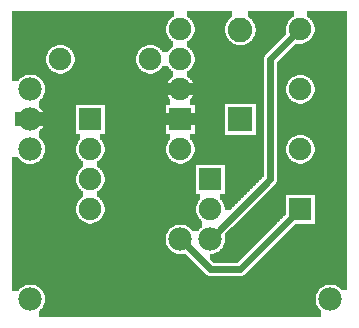
<source format=gbl>
G04 MADE WITH FRITZING*
G04 WWW.FRITZING.ORG*
G04 DOUBLE SIDED*
G04 HOLES PLATED*
G04 CONTOUR ON CENTER OF CONTOUR VECTOR*
%ASAXBY*%
%FSLAX23Y23*%
%MOIN*%
%OFA0B0*%
%SFA1.0B1.0*%
%ADD10C,0.075000*%
%ADD11C,0.082000*%
%ADD12C,0.078000*%
%ADD13C,0.075433*%
%ADD14R,0.075000X0.075000*%
%ADD15R,0.082000X0.082000*%
%ADD16C,0.024000*%
%LNCOPPER0*%
G90*
G70*
G54D10*
X119Y1001D03*
X1000Y598D03*
X1000Y798D03*
X1000Y998D03*
X300Y398D03*
X300Y498D03*
X300Y598D03*
X600Y998D03*
X600Y898D03*
X600Y798D03*
X200Y898D03*
X500Y898D03*
G54D11*
X800Y698D03*
X800Y996D03*
G54D10*
X700Y498D03*
X700Y398D03*
X600Y698D03*
X600Y598D03*
G54D12*
X100Y98D03*
X100Y698D03*
X100Y798D03*
X100Y598D03*
X1100Y98D03*
X600Y298D03*
X700Y298D03*
G54D13*
X1000Y398D03*
X300Y698D03*
G54D14*
X1000Y398D03*
X300Y698D03*
G54D15*
X800Y697D03*
G54D14*
X700Y498D03*
X600Y698D03*
G54D16*
X700Y198D02*
X801Y198D01*
D02*
X801Y198D02*
X971Y369D01*
D02*
X622Y277D02*
X700Y198D01*
D02*
X901Y897D02*
X980Y978D01*
D02*
X901Y498D02*
X901Y897D01*
D02*
X722Y319D02*
X901Y498D01*
G36*
X40Y1058D02*
X40Y946D01*
X504Y946D01*
X504Y944D01*
X514Y944D01*
X514Y942D01*
X520Y942D01*
X520Y940D01*
X524Y940D01*
X524Y938D01*
X526Y938D01*
X526Y936D01*
X530Y936D01*
X530Y934D01*
X532Y934D01*
X532Y932D01*
X534Y932D01*
X534Y930D01*
X536Y930D01*
X536Y928D01*
X538Y928D01*
X538Y926D01*
X540Y926D01*
X540Y922D01*
X560Y922D01*
X560Y924D01*
X562Y924D01*
X562Y926D01*
X564Y926D01*
X564Y928D01*
X566Y928D01*
X566Y932D01*
X570Y932D01*
X570Y934D01*
X572Y934D01*
X572Y936D01*
X574Y936D01*
X574Y938D01*
X576Y938D01*
X576Y958D01*
X574Y958D01*
X574Y960D01*
X570Y960D01*
X570Y962D01*
X568Y962D01*
X568Y964D01*
X566Y964D01*
X566Y966D01*
X564Y966D01*
X564Y968D01*
X562Y968D01*
X562Y972D01*
X560Y972D01*
X560Y976D01*
X558Y976D01*
X558Y978D01*
X556Y978D01*
X556Y984D01*
X554Y984D01*
X554Y1010D01*
X556Y1010D01*
X556Y1016D01*
X558Y1016D01*
X558Y1020D01*
X560Y1020D01*
X560Y1024D01*
X562Y1024D01*
X562Y1026D01*
X564Y1026D01*
X564Y1028D01*
X566Y1028D01*
X566Y1032D01*
X570Y1032D01*
X570Y1034D01*
X572Y1034D01*
X572Y1036D01*
X574Y1036D01*
X574Y1038D01*
X578Y1038D01*
X578Y1058D01*
X40Y1058D01*
G37*
D02*
G36*
X624Y1058D02*
X624Y1038D01*
X626Y1038D01*
X626Y1036D01*
X630Y1036D01*
X630Y1034D01*
X632Y1034D01*
X632Y1032D01*
X634Y1032D01*
X634Y1030D01*
X636Y1030D01*
X636Y1028D01*
X638Y1028D01*
X638Y1026D01*
X640Y1026D01*
X640Y1022D01*
X642Y1022D01*
X642Y1018D01*
X644Y1018D01*
X644Y1014D01*
X646Y1014D01*
X646Y1006D01*
X648Y1006D01*
X648Y988D01*
X646Y988D01*
X646Y982D01*
X644Y982D01*
X644Y976D01*
X642Y976D01*
X642Y974D01*
X640Y974D01*
X640Y970D01*
X638Y970D01*
X638Y968D01*
X636Y968D01*
X636Y966D01*
X634Y966D01*
X634Y964D01*
X632Y964D01*
X632Y962D01*
X630Y962D01*
X630Y960D01*
X628Y960D01*
X628Y958D01*
X624Y958D01*
X624Y944D01*
X796Y944D01*
X796Y946D01*
X786Y946D01*
X786Y948D01*
X780Y948D01*
X780Y950D01*
X776Y950D01*
X776Y952D01*
X772Y952D01*
X772Y954D01*
X770Y954D01*
X770Y956D01*
X768Y956D01*
X768Y958D01*
X766Y958D01*
X766Y960D01*
X764Y960D01*
X764Y962D01*
X762Y962D01*
X762Y964D01*
X760Y964D01*
X760Y966D01*
X758Y966D01*
X758Y970D01*
X756Y970D01*
X756Y974D01*
X754Y974D01*
X754Y978D01*
X752Y978D01*
X752Y984D01*
X750Y984D01*
X750Y1008D01*
X752Y1008D01*
X752Y1014D01*
X754Y1014D01*
X754Y1018D01*
X756Y1018D01*
X756Y1022D01*
X758Y1022D01*
X758Y1026D01*
X760Y1026D01*
X760Y1028D01*
X762Y1028D01*
X762Y1030D01*
X764Y1030D01*
X764Y1032D01*
X766Y1032D01*
X766Y1034D01*
X768Y1034D01*
X768Y1036D01*
X770Y1036D01*
X770Y1038D01*
X774Y1038D01*
X774Y1058D01*
X624Y1058D01*
G37*
D02*
G36*
X826Y1058D02*
X826Y1038D01*
X830Y1038D01*
X830Y1036D01*
X832Y1036D01*
X832Y1034D01*
X834Y1034D01*
X834Y1032D01*
X838Y1032D01*
X838Y1028D01*
X840Y1028D01*
X840Y1026D01*
X842Y1026D01*
X842Y1024D01*
X844Y1024D01*
X844Y1020D01*
X846Y1020D01*
X846Y1016D01*
X848Y1016D01*
X848Y1012D01*
X850Y1012D01*
X850Y1002D01*
X852Y1002D01*
X852Y990D01*
X850Y990D01*
X850Y980D01*
X848Y980D01*
X848Y976D01*
X846Y976D01*
X846Y972D01*
X844Y972D01*
X844Y968D01*
X842Y968D01*
X842Y966D01*
X840Y966D01*
X840Y962D01*
X838Y962D01*
X838Y960D01*
X836Y960D01*
X836Y958D01*
X834Y958D01*
X834Y956D01*
X830Y956D01*
X830Y954D01*
X828Y954D01*
X828Y952D01*
X824Y952D01*
X824Y950D01*
X820Y950D01*
X820Y948D01*
X816Y948D01*
X816Y946D01*
X806Y946D01*
X806Y944D01*
X918Y944D01*
X918Y946D01*
X920Y946D01*
X920Y948D01*
X922Y948D01*
X922Y950D01*
X924Y950D01*
X924Y952D01*
X926Y952D01*
X926Y954D01*
X928Y954D01*
X928Y956D01*
X930Y956D01*
X930Y958D01*
X932Y958D01*
X932Y960D01*
X934Y960D01*
X934Y962D01*
X936Y962D01*
X936Y964D01*
X938Y964D01*
X938Y966D01*
X940Y966D01*
X940Y968D01*
X942Y968D01*
X942Y970D01*
X944Y970D01*
X944Y972D01*
X946Y972D01*
X946Y974D01*
X948Y974D01*
X948Y978D01*
X950Y978D01*
X950Y980D01*
X952Y980D01*
X952Y982D01*
X954Y982D01*
X954Y1010D01*
X956Y1010D01*
X956Y1016D01*
X958Y1016D01*
X958Y1020D01*
X960Y1020D01*
X960Y1024D01*
X962Y1024D01*
X962Y1026D01*
X964Y1026D01*
X964Y1028D01*
X966Y1028D01*
X966Y1032D01*
X970Y1032D01*
X970Y1034D01*
X972Y1034D01*
X972Y1036D01*
X974Y1036D01*
X974Y1038D01*
X978Y1038D01*
X978Y1058D01*
X826Y1058D01*
G37*
D02*
G36*
X1024Y1058D02*
X1024Y1038D01*
X1026Y1038D01*
X1026Y1036D01*
X1030Y1036D01*
X1030Y1034D01*
X1032Y1034D01*
X1032Y1032D01*
X1034Y1032D01*
X1034Y1030D01*
X1036Y1030D01*
X1036Y1028D01*
X1038Y1028D01*
X1038Y1026D01*
X1040Y1026D01*
X1040Y1022D01*
X1042Y1022D01*
X1042Y1018D01*
X1044Y1018D01*
X1044Y1014D01*
X1046Y1014D01*
X1046Y1006D01*
X1048Y1006D01*
X1048Y988D01*
X1046Y988D01*
X1046Y982D01*
X1044Y982D01*
X1044Y976D01*
X1042Y976D01*
X1042Y974D01*
X1040Y974D01*
X1040Y970D01*
X1038Y970D01*
X1038Y968D01*
X1036Y968D01*
X1036Y966D01*
X1034Y966D01*
X1034Y964D01*
X1032Y964D01*
X1032Y962D01*
X1030Y962D01*
X1030Y960D01*
X1028Y960D01*
X1028Y958D01*
X1024Y958D01*
X1024Y956D01*
X1020Y956D01*
X1020Y954D01*
X1016Y954D01*
X1016Y952D01*
X1008Y952D01*
X1008Y950D01*
X984Y950D01*
X984Y948D01*
X982Y948D01*
X982Y946D01*
X980Y946D01*
X980Y944D01*
X978Y944D01*
X978Y942D01*
X976Y942D01*
X976Y940D01*
X974Y940D01*
X974Y938D01*
X972Y938D01*
X972Y936D01*
X970Y936D01*
X970Y934D01*
X968Y934D01*
X968Y932D01*
X966Y932D01*
X966Y930D01*
X964Y930D01*
X964Y928D01*
X962Y928D01*
X962Y926D01*
X960Y926D01*
X960Y924D01*
X958Y924D01*
X958Y922D01*
X956Y922D01*
X956Y920D01*
X954Y920D01*
X954Y918D01*
X952Y918D01*
X952Y916D01*
X950Y916D01*
X950Y914D01*
X948Y914D01*
X948Y912D01*
X946Y912D01*
X946Y910D01*
X944Y910D01*
X944Y908D01*
X942Y908D01*
X942Y906D01*
X940Y906D01*
X940Y904D01*
X938Y904D01*
X938Y902D01*
X936Y902D01*
X936Y900D01*
X934Y900D01*
X934Y898D01*
X932Y898D01*
X932Y896D01*
X930Y896D01*
X930Y894D01*
X928Y894D01*
X928Y892D01*
X926Y892D01*
X926Y890D01*
X924Y890D01*
X924Y888D01*
X922Y888D01*
X922Y846D01*
X1004Y846D01*
X1004Y844D01*
X1014Y844D01*
X1014Y842D01*
X1020Y842D01*
X1020Y840D01*
X1024Y840D01*
X1024Y838D01*
X1026Y838D01*
X1026Y836D01*
X1030Y836D01*
X1030Y834D01*
X1032Y834D01*
X1032Y832D01*
X1034Y832D01*
X1034Y830D01*
X1036Y830D01*
X1036Y828D01*
X1038Y828D01*
X1038Y826D01*
X1040Y826D01*
X1040Y822D01*
X1042Y822D01*
X1042Y818D01*
X1044Y818D01*
X1044Y814D01*
X1046Y814D01*
X1046Y806D01*
X1048Y806D01*
X1048Y788D01*
X1046Y788D01*
X1046Y782D01*
X1044Y782D01*
X1044Y776D01*
X1042Y776D01*
X1042Y774D01*
X1040Y774D01*
X1040Y770D01*
X1038Y770D01*
X1038Y768D01*
X1036Y768D01*
X1036Y766D01*
X1034Y766D01*
X1034Y764D01*
X1032Y764D01*
X1032Y762D01*
X1030Y762D01*
X1030Y760D01*
X1028Y760D01*
X1028Y758D01*
X1024Y758D01*
X1024Y756D01*
X1020Y756D01*
X1020Y754D01*
X1016Y754D01*
X1016Y752D01*
X1008Y752D01*
X1008Y750D01*
X1156Y750D01*
X1156Y1058D01*
X1024Y1058D01*
G37*
D02*
G36*
X40Y946D02*
X40Y850D01*
X192Y850D01*
X192Y852D01*
X186Y852D01*
X186Y854D01*
X180Y854D01*
X180Y856D01*
X176Y856D01*
X176Y858D01*
X174Y858D01*
X174Y860D01*
X170Y860D01*
X170Y862D01*
X168Y862D01*
X168Y864D01*
X166Y864D01*
X166Y866D01*
X164Y866D01*
X164Y868D01*
X162Y868D01*
X162Y872D01*
X160Y872D01*
X160Y876D01*
X158Y876D01*
X158Y878D01*
X156Y878D01*
X156Y884D01*
X154Y884D01*
X154Y910D01*
X156Y910D01*
X156Y916D01*
X158Y916D01*
X158Y920D01*
X160Y920D01*
X160Y924D01*
X162Y924D01*
X162Y926D01*
X164Y926D01*
X164Y928D01*
X166Y928D01*
X166Y932D01*
X170Y932D01*
X170Y934D01*
X172Y934D01*
X172Y936D01*
X174Y936D01*
X174Y938D01*
X178Y938D01*
X178Y940D01*
X182Y940D01*
X182Y942D01*
X188Y942D01*
X188Y944D01*
X198Y944D01*
X198Y946D01*
X40Y946D01*
G37*
D02*
G36*
X204Y946D02*
X204Y944D01*
X214Y944D01*
X214Y942D01*
X220Y942D01*
X220Y940D01*
X224Y940D01*
X224Y938D01*
X226Y938D01*
X226Y936D01*
X230Y936D01*
X230Y934D01*
X232Y934D01*
X232Y932D01*
X234Y932D01*
X234Y930D01*
X236Y930D01*
X236Y928D01*
X238Y928D01*
X238Y926D01*
X240Y926D01*
X240Y922D01*
X242Y922D01*
X242Y918D01*
X244Y918D01*
X244Y914D01*
X246Y914D01*
X246Y906D01*
X248Y906D01*
X248Y888D01*
X246Y888D01*
X246Y882D01*
X244Y882D01*
X244Y876D01*
X242Y876D01*
X242Y874D01*
X240Y874D01*
X240Y870D01*
X238Y870D01*
X238Y868D01*
X236Y868D01*
X236Y866D01*
X234Y866D01*
X234Y864D01*
X232Y864D01*
X232Y862D01*
X230Y862D01*
X230Y860D01*
X228Y860D01*
X228Y858D01*
X224Y858D01*
X224Y856D01*
X220Y856D01*
X220Y854D01*
X216Y854D01*
X216Y852D01*
X208Y852D01*
X208Y850D01*
X492Y850D01*
X492Y852D01*
X486Y852D01*
X486Y854D01*
X480Y854D01*
X480Y856D01*
X476Y856D01*
X476Y858D01*
X474Y858D01*
X474Y860D01*
X470Y860D01*
X470Y862D01*
X468Y862D01*
X468Y864D01*
X466Y864D01*
X466Y866D01*
X464Y866D01*
X464Y868D01*
X462Y868D01*
X462Y872D01*
X460Y872D01*
X460Y876D01*
X458Y876D01*
X458Y878D01*
X456Y878D01*
X456Y884D01*
X454Y884D01*
X454Y910D01*
X456Y910D01*
X456Y916D01*
X458Y916D01*
X458Y920D01*
X460Y920D01*
X460Y924D01*
X462Y924D01*
X462Y926D01*
X464Y926D01*
X464Y928D01*
X466Y928D01*
X466Y932D01*
X470Y932D01*
X470Y934D01*
X472Y934D01*
X472Y936D01*
X474Y936D01*
X474Y938D01*
X478Y938D01*
X478Y940D01*
X482Y940D01*
X482Y942D01*
X488Y942D01*
X488Y944D01*
X498Y944D01*
X498Y946D01*
X204Y946D01*
G37*
D02*
G36*
X624Y944D02*
X624Y942D01*
X916Y942D01*
X916Y944D01*
X624Y944D01*
G37*
D02*
G36*
X624Y944D02*
X624Y942D01*
X916Y942D01*
X916Y944D01*
X624Y944D01*
G37*
D02*
G36*
X624Y942D02*
X624Y938D01*
X626Y938D01*
X626Y936D01*
X630Y936D01*
X630Y934D01*
X632Y934D01*
X632Y932D01*
X634Y932D01*
X634Y930D01*
X636Y930D01*
X636Y928D01*
X638Y928D01*
X638Y926D01*
X640Y926D01*
X640Y922D01*
X642Y922D01*
X642Y918D01*
X644Y918D01*
X644Y914D01*
X646Y914D01*
X646Y906D01*
X648Y906D01*
X648Y888D01*
X646Y888D01*
X646Y882D01*
X644Y882D01*
X644Y876D01*
X642Y876D01*
X642Y874D01*
X640Y874D01*
X640Y870D01*
X638Y870D01*
X638Y868D01*
X636Y868D01*
X636Y866D01*
X634Y866D01*
X634Y864D01*
X632Y864D01*
X632Y862D01*
X630Y862D01*
X630Y860D01*
X628Y860D01*
X628Y858D01*
X624Y858D01*
X624Y838D01*
X626Y838D01*
X626Y836D01*
X630Y836D01*
X630Y834D01*
X632Y834D01*
X632Y832D01*
X634Y832D01*
X634Y830D01*
X636Y830D01*
X636Y828D01*
X638Y828D01*
X638Y826D01*
X640Y826D01*
X640Y822D01*
X642Y822D01*
X642Y818D01*
X644Y818D01*
X644Y814D01*
X646Y814D01*
X646Y806D01*
X648Y806D01*
X648Y788D01*
X646Y788D01*
X646Y782D01*
X644Y782D01*
X644Y776D01*
X642Y776D01*
X642Y774D01*
X640Y774D01*
X640Y770D01*
X638Y770D01*
X638Y768D01*
X636Y768D01*
X636Y766D01*
X634Y766D01*
X634Y748D01*
X852Y748D01*
X852Y646D01*
X878Y646D01*
X878Y900D01*
X880Y900D01*
X880Y906D01*
X882Y906D01*
X882Y910D01*
X884Y910D01*
X884Y912D01*
X886Y912D01*
X886Y914D01*
X888Y914D01*
X888Y916D01*
X890Y916D01*
X890Y918D01*
X892Y918D01*
X892Y920D01*
X894Y920D01*
X894Y922D01*
X896Y922D01*
X896Y924D01*
X898Y924D01*
X898Y926D01*
X900Y926D01*
X900Y928D01*
X902Y928D01*
X902Y930D01*
X904Y930D01*
X904Y932D01*
X906Y932D01*
X906Y934D01*
X908Y934D01*
X908Y936D01*
X910Y936D01*
X910Y938D01*
X912Y938D01*
X912Y940D01*
X914Y940D01*
X914Y942D01*
X624Y942D01*
G37*
D02*
G36*
X540Y874D02*
X540Y870D01*
X538Y870D01*
X538Y868D01*
X536Y868D01*
X536Y866D01*
X534Y866D01*
X534Y864D01*
X532Y864D01*
X532Y862D01*
X530Y862D01*
X530Y860D01*
X528Y860D01*
X528Y858D01*
X524Y858D01*
X524Y856D01*
X520Y856D01*
X520Y854D01*
X516Y854D01*
X516Y852D01*
X508Y852D01*
X508Y850D01*
X576Y850D01*
X576Y858D01*
X574Y858D01*
X574Y860D01*
X570Y860D01*
X570Y862D01*
X568Y862D01*
X568Y864D01*
X566Y864D01*
X566Y866D01*
X564Y866D01*
X564Y868D01*
X562Y868D01*
X562Y872D01*
X560Y872D01*
X560Y874D01*
X540Y874D01*
G37*
D02*
G36*
X40Y850D02*
X40Y848D01*
X576Y848D01*
X576Y850D01*
X40Y850D01*
G37*
D02*
G36*
X40Y850D02*
X40Y848D01*
X576Y848D01*
X576Y850D01*
X40Y850D01*
G37*
D02*
G36*
X40Y850D02*
X40Y848D01*
X576Y848D01*
X576Y850D01*
X40Y850D01*
G37*
D02*
G36*
X40Y848D02*
X40Y846D01*
X112Y846D01*
X112Y844D01*
X118Y844D01*
X118Y842D01*
X122Y842D01*
X122Y840D01*
X126Y840D01*
X126Y838D01*
X130Y838D01*
X130Y836D01*
X132Y836D01*
X132Y834D01*
X134Y834D01*
X134Y832D01*
X136Y832D01*
X136Y830D01*
X138Y830D01*
X138Y828D01*
X140Y828D01*
X140Y824D01*
X142Y824D01*
X142Y822D01*
X144Y822D01*
X144Y818D01*
X146Y818D01*
X146Y812D01*
X148Y812D01*
X148Y804D01*
X150Y804D01*
X150Y792D01*
X148Y792D01*
X148Y784D01*
X146Y784D01*
X146Y778D01*
X144Y778D01*
X144Y774D01*
X142Y774D01*
X142Y770D01*
X140Y770D01*
X140Y768D01*
X138Y768D01*
X138Y766D01*
X136Y766D01*
X136Y764D01*
X134Y764D01*
X134Y762D01*
X132Y762D01*
X132Y760D01*
X130Y760D01*
X130Y758D01*
X128Y758D01*
X128Y746D01*
X348Y746D01*
X348Y650D01*
X334Y650D01*
X334Y630D01*
X336Y630D01*
X336Y628D01*
X338Y628D01*
X338Y626D01*
X340Y626D01*
X340Y622D01*
X342Y622D01*
X342Y618D01*
X344Y618D01*
X344Y614D01*
X346Y614D01*
X346Y606D01*
X348Y606D01*
X348Y588D01*
X346Y588D01*
X346Y582D01*
X344Y582D01*
X344Y576D01*
X342Y576D01*
X342Y574D01*
X340Y574D01*
X340Y570D01*
X338Y570D01*
X338Y568D01*
X336Y568D01*
X336Y566D01*
X334Y566D01*
X334Y564D01*
X332Y564D01*
X332Y562D01*
X330Y562D01*
X330Y560D01*
X328Y560D01*
X328Y558D01*
X324Y558D01*
X324Y550D01*
X592Y550D01*
X592Y552D01*
X586Y552D01*
X586Y554D01*
X580Y554D01*
X580Y556D01*
X576Y556D01*
X576Y558D01*
X574Y558D01*
X574Y560D01*
X570Y560D01*
X570Y562D01*
X568Y562D01*
X568Y564D01*
X566Y564D01*
X566Y566D01*
X564Y566D01*
X564Y568D01*
X562Y568D01*
X562Y572D01*
X560Y572D01*
X560Y576D01*
X558Y576D01*
X558Y578D01*
X556Y578D01*
X556Y584D01*
X554Y584D01*
X554Y610D01*
X556Y610D01*
X556Y616D01*
X558Y616D01*
X558Y620D01*
X560Y620D01*
X560Y624D01*
X562Y624D01*
X562Y626D01*
X564Y626D01*
X564Y628D01*
X566Y628D01*
X566Y650D01*
X554Y650D01*
X554Y652D01*
X552Y652D01*
X552Y744D01*
X554Y744D01*
X554Y746D01*
X566Y746D01*
X566Y766D01*
X564Y766D01*
X564Y768D01*
X562Y768D01*
X562Y772D01*
X560Y772D01*
X560Y776D01*
X558Y776D01*
X558Y778D01*
X556Y778D01*
X556Y784D01*
X554Y784D01*
X554Y810D01*
X556Y810D01*
X556Y816D01*
X558Y816D01*
X558Y820D01*
X560Y820D01*
X560Y824D01*
X562Y824D01*
X562Y826D01*
X564Y826D01*
X564Y828D01*
X566Y828D01*
X566Y832D01*
X570Y832D01*
X570Y834D01*
X572Y834D01*
X572Y836D01*
X574Y836D01*
X574Y838D01*
X576Y838D01*
X576Y848D01*
X40Y848D01*
G37*
D02*
G36*
X40Y846D02*
X40Y824D01*
X60Y824D01*
X60Y826D01*
X62Y826D01*
X62Y828D01*
X64Y828D01*
X64Y832D01*
X66Y832D01*
X66Y834D01*
X70Y834D01*
X70Y836D01*
X72Y836D01*
X72Y838D01*
X74Y838D01*
X74Y840D01*
X78Y840D01*
X78Y842D01*
X82Y842D01*
X82Y844D01*
X88Y844D01*
X88Y846D01*
X40Y846D01*
G37*
D02*
G36*
X922Y846D02*
X922Y750D01*
X992Y750D01*
X992Y752D01*
X986Y752D01*
X986Y754D01*
X980Y754D01*
X980Y756D01*
X976Y756D01*
X976Y758D01*
X974Y758D01*
X974Y760D01*
X970Y760D01*
X970Y762D01*
X968Y762D01*
X968Y764D01*
X966Y764D01*
X966Y766D01*
X964Y766D01*
X964Y768D01*
X962Y768D01*
X962Y772D01*
X960Y772D01*
X960Y776D01*
X958Y776D01*
X958Y778D01*
X956Y778D01*
X956Y784D01*
X954Y784D01*
X954Y810D01*
X956Y810D01*
X956Y816D01*
X958Y816D01*
X958Y820D01*
X960Y820D01*
X960Y824D01*
X962Y824D01*
X962Y826D01*
X964Y826D01*
X964Y828D01*
X966Y828D01*
X966Y832D01*
X970Y832D01*
X970Y834D01*
X972Y834D01*
X972Y836D01*
X974Y836D01*
X974Y838D01*
X978Y838D01*
X978Y840D01*
X982Y840D01*
X982Y842D01*
X988Y842D01*
X988Y844D01*
X998Y844D01*
X998Y846D01*
X922Y846D01*
G37*
D02*
G36*
X922Y750D02*
X922Y748D01*
X1156Y748D01*
X1156Y750D01*
X922Y750D01*
G37*
D02*
G36*
X922Y750D02*
X922Y748D01*
X1156Y748D01*
X1156Y750D01*
X922Y750D01*
G37*
D02*
G36*
X634Y748D02*
X634Y746D01*
X648Y746D01*
X648Y650D01*
X634Y650D01*
X634Y646D01*
X750Y646D01*
X750Y748D01*
X634Y748D01*
G37*
D02*
G36*
X922Y748D02*
X922Y646D01*
X1004Y646D01*
X1004Y644D01*
X1014Y644D01*
X1014Y642D01*
X1020Y642D01*
X1020Y640D01*
X1024Y640D01*
X1024Y638D01*
X1026Y638D01*
X1026Y636D01*
X1030Y636D01*
X1030Y634D01*
X1032Y634D01*
X1032Y632D01*
X1034Y632D01*
X1034Y630D01*
X1036Y630D01*
X1036Y628D01*
X1038Y628D01*
X1038Y626D01*
X1040Y626D01*
X1040Y622D01*
X1042Y622D01*
X1042Y618D01*
X1044Y618D01*
X1044Y614D01*
X1046Y614D01*
X1046Y606D01*
X1048Y606D01*
X1048Y588D01*
X1046Y588D01*
X1046Y582D01*
X1044Y582D01*
X1044Y576D01*
X1042Y576D01*
X1042Y574D01*
X1040Y574D01*
X1040Y570D01*
X1038Y570D01*
X1038Y568D01*
X1036Y568D01*
X1036Y566D01*
X1034Y566D01*
X1034Y564D01*
X1032Y564D01*
X1032Y562D01*
X1030Y562D01*
X1030Y560D01*
X1028Y560D01*
X1028Y558D01*
X1024Y558D01*
X1024Y556D01*
X1020Y556D01*
X1020Y554D01*
X1016Y554D01*
X1016Y552D01*
X1008Y552D01*
X1008Y550D01*
X1156Y550D01*
X1156Y748D01*
X922Y748D01*
G37*
D02*
G36*
X128Y746D02*
X128Y738D01*
X130Y738D01*
X130Y736D01*
X132Y736D01*
X132Y734D01*
X134Y734D01*
X134Y732D01*
X136Y732D01*
X136Y730D01*
X138Y730D01*
X138Y728D01*
X140Y728D01*
X140Y724D01*
X142Y724D01*
X142Y722D01*
X144Y722D01*
X144Y718D01*
X146Y718D01*
X146Y712D01*
X148Y712D01*
X148Y704D01*
X150Y704D01*
X150Y692D01*
X148Y692D01*
X148Y684D01*
X146Y684D01*
X146Y678D01*
X144Y678D01*
X144Y674D01*
X142Y674D01*
X142Y670D01*
X140Y670D01*
X140Y668D01*
X138Y668D01*
X138Y666D01*
X136Y666D01*
X136Y664D01*
X134Y664D01*
X134Y662D01*
X132Y662D01*
X132Y660D01*
X130Y660D01*
X130Y658D01*
X128Y658D01*
X128Y638D01*
X130Y638D01*
X130Y636D01*
X132Y636D01*
X132Y634D01*
X134Y634D01*
X134Y632D01*
X136Y632D01*
X136Y630D01*
X138Y630D01*
X138Y628D01*
X140Y628D01*
X140Y624D01*
X142Y624D01*
X142Y622D01*
X144Y622D01*
X144Y618D01*
X146Y618D01*
X146Y612D01*
X148Y612D01*
X148Y604D01*
X150Y604D01*
X150Y592D01*
X148Y592D01*
X148Y584D01*
X146Y584D01*
X146Y578D01*
X144Y578D01*
X144Y574D01*
X142Y574D01*
X142Y570D01*
X140Y570D01*
X140Y568D01*
X138Y568D01*
X138Y566D01*
X136Y566D01*
X136Y564D01*
X134Y564D01*
X134Y562D01*
X132Y562D01*
X132Y560D01*
X130Y560D01*
X130Y558D01*
X128Y558D01*
X128Y556D01*
X124Y556D01*
X124Y554D01*
X120Y554D01*
X120Y552D01*
X114Y552D01*
X114Y550D01*
X106Y550D01*
X106Y548D01*
X276Y548D01*
X276Y558D01*
X274Y558D01*
X274Y560D01*
X270Y560D01*
X270Y562D01*
X268Y562D01*
X268Y564D01*
X266Y564D01*
X266Y566D01*
X264Y566D01*
X264Y568D01*
X262Y568D01*
X262Y572D01*
X260Y572D01*
X260Y576D01*
X258Y576D01*
X258Y578D01*
X256Y578D01*
X256Y584D01*
X254Y584D01*
X254Y610D01*
X256Y610D01*
X256Y616D01*
X258Y616D01*
X258Y620D01*
X260Y620D01*
X260Y624D01*
X262Y624D01*
X262Y626D01*
X264Y626D01*
X264Y628D01*
X266Y628D01*
X266Y650D01*
X254Y650D01*
X254Y652D01*
X252Y652D01*
X252Y744D01*
X254Y744D01*
X254Y746D01*
X128Y746D01*
G37*
D02*
G36*
X634Y646D02*
X634Y644D01*
X878Y644D01*
X878Y646D01*
X634Y646D01*
G37*
D02*
G36*
X634Y646D02*
X634Y644D01*
X878Y644D01*
X878Y646D01*
X634Y646D01*
G37*
D02*
G36*
X922Y646D02*
X922Y550D01*
X992Y550D01*
X992Y552D01*
X986Y552D01*
X986Y554D01*
X980Y554D01*
X980Y556D01*
X976Y556D01*
X976Y558D01*
X974Y558D01*
X974Y560D01*
X970Y560D01*
X970Y562D01*
X968Y562D01*
X968Y564D01*
X966Y564D01*
X966Y566D01*
X964Y566D01*
X964Y568D01*
X962Y568D01*
X962Y572D01*
X960Y572D01*
X960Y576D01*
X958Y576D01*
X958Y578D01*
X956Y578D01*
X956Y584D01*
X954Y584D01*
X954Y610D01*
X956Y610D01*
X956Y616D01*
X958Y616D01*
X958Y620D01*
X960Y620D01*
X960Y624D01*
X962Y624D01*
X962Y626D01*
X964Y626D01*
X964Y628D01*
X966Y628D01*
X966Y632D01*
X970Y632D01*
X970Y634D01*
X972Y634D01*
X972Y636D01*
X974Y636D01*
X974Y638D01*
X978Y638D01*
X978Y640D01*
X982Y640D01*
X982Y642D01*
X988Y642D01*
X988Y644D01*
X998Y644D01*
X998Y646D01*
X922Y646D01*
G37*
D02*
G36*
X634Y644D02*
X634Y630D01*
X636Y630D01*
X636Y628D01*
X638Y628D01*
X638Y626D01*
X640Y626D01*
X640Y622D01*
X642Y622D01*
X642Y618D01*
X644Y618D01*
X644Y614D01*
X646Y614D01*
X646Y606D01*
X648Y606D01*
X648Y588D01*
X646Y588D01*
X646Y582D01*
X644Y582D01*
X644Y576D01*
X642Y576D01*
X642Y574D01*
X640Y574D01*
X640Y570D01*
X638Y570D01*
X638Y568D01*
X636Y568D01*
X636Y566D01*
X634Y566D01*
X634Y564D01*
X632Y564D01*
X632Y562D01*
X630Y562D01*
X630Y560D01*
X628Y560D01*
X628Y558D01*
X624Y558D01*
X624Y556D01*
X620Y556D01*
X620Y554D01*
X616Y554D01*
X616Y552D01*
X608Y552D01*
X608Y550D01*
X878Y550D01*
X878Y644D01*
X634Y644D01*
G37*
D02*
G36*
X40Y572D02*
X40Y548D01*
X96Y548D01*
X96Y550D01*
X86Y550D01*
X86Y552D01*
X80Y552D01*
X80Y554D01*
X76Y554D01*
X76Y556D01*
X74Y556D01*
X74Y558D01*
X70Y558D01*
X70Y560D01*
X68Y560D01*
X68Y562D01*
X66Y562D01*
X66Y564D01*
X64Y564D01*
X64Y566D01*
X62Y566D01*
X62Y568D01*
X60Y568D01*
X60Y572D01*
X40Y572D01*
G37*
D02*
G36*
X324Y550D02*
X324Y548D01*
X878Y548D01*
X878Y550D01*
X324Y550D01*
G37*
D02*
G36*
X324Y550D02*
X324Y548D01*
X878Y548D01*
X878Y550D01*
X324Y550D01*
G37*
D02*
G36*
X922Y550D02*
X922Y548D01*
X1156Y548D01*
X1156Y550D01*
X922Y550D01*
G37*
D02*
G36*
X922Y550D02*
X922Y548D01*
X1156Y548D01*
X1156Y550D01*
X922Y550D01*
G37*
D02*
G36*
X40Y548D02*
X40Y546D01*
X276Y546D01*
X276Y548D01*
X40Y548D01*
G37*
D02*
G36*
X40Y548D02*
X40Y546D01*
X276Y546D01*
X276Y548D01*
X40Y548D01*
G37*
D02*
G36*
X324Y548D02*
X324Y546D01*
X748Y546D01*
X748Y450D01*
X734Y450D01*
X734Y430D01*
X736Y430D01*
X736Y428D01*
X738Y428D01*
X738Y426D01*
X740Y426D01*
X740Y422D01*
X742Y422D01*
X742Y418D01*
X744Y418D01*
X744Y414D01*
X746Y414D01*
X746Y406D01*
X748Y406D01*
X748Y396D01*
X768Y396D01*
X768Y398D01*
X770Y398D01*
X770Y400D01*
X772Y400D01*
X772Y402D01*
X774Y402D01*
X774Y404D01*
X776Y404D01*
X776Y406D01*
X778Y406D01*
X778Y408D01*
X780Y408D01*
X780Y410D01*
X782Y410D01*
X782Y412D01*
X784Y412D01*
X784Y414D01*
X786Y414D01*
X786Y416D01*
X788Y416D01*
X788Y418D01*
X790Y418D01*
X790Y420D01*
X792Y420D01*
X792Y422D01*
X794Y422D01*
X794Y424D01*
X796Y424D01*
X796Y426D01*
X798Y426D01*
X798Y428D01*
X800Y428D01*
X800Y430D01*
X802Y430D01*
X802Y432D01*
X804Y432D01*
X804Y434D01*
X806Y434D01*
X806Y436D01*
X808Y436D01*
X808Y438D01*
X810Y438D01*
X810Y440D01*
X812Y440D01*
X812Y442D01*
X814Y442D01*
X814Y444D01*
X816Y444D01*
X816Y446D01*
X818Y446D01*
X818Y448D01*
X820Y448D01*
X820Y450D01*
X822Y450D01*
X822Y452D01*
X824Y452D01*
X824Y454D01*
X826Y454D01*
X826Y456D01*
X828Y456D01*
X828Y458D01*
X830Y458D01*
X830Y460D01*
X832Y460D01*
X832Y462D01*
X834Y462D01*
X834Y464D01*
X836Y464D01*
X836Y466D01*
X838Y466D01*
X838Y468D01*
X840Y468D01*
X840Y470D01*
X842Y470D01*
X842Y472D01*
X844Y472D01*
X844Y474D01*
X846Y474D01*
X846Y476D01*
X848Y476D01*
X848Y478D01*
X850Y478D01*
X850Y480D01*
X852Y480D01*
X852Y482D01*
X854Y482D01*
X854Y484D01*
X856Y484D01*
X856Y486D01*
X858Y486D01*
X858Y488D01*
X860Y488D01*
X860Y490D01*
X862Y490D01*
X862Y492D01*
X864Y492D01*
X864Y494D01*
X866Y494D01*
X866Y496D01*
X868Y496D01*
X868Y498D01*
X870Y498D01*
X870Y500D01*
X872Y500D01*
X872Y502D01*
X874Y502D01*
X874Y504D01*
X876Y504D01*
X876Y506D01*
X878Y506D01*
X878Y548D01*
X324Y548D01*
G37*
D02*
G36*
X922Y548D02*
X922Y490D01*
X920Y490D01*
X920Y486D01*
X918Y486D01*
X918Y482D01*
X916Y482D01*
X916Y480D01*
X914Y480D01*
X914Y478D01*
X912Y478D01*
X912Y476D01*
X910Y476D01*
X910Y474D01*
X908Y474D01*
X908Y472D01*
X906Y472D01*
X906Y470D01*
X904Y470D01*
X904Y468D01*
X902Y468D01*
X902Y466D01*
X900Y466D01*
X900Y464D01*
X898Y464D01*
X898Y462D01*
X896Y462D01*
X896Y460D01*
X894Y460D01*
X894Y458D01*
X892Y458D01*
X892Y456D01*
X890Y456D01*
X890Y454D01*
X888Y454D01*
X888Y452D01*
X886Y452D01*
X886Y450D01*
X884Y450D01*
X884Y448D01*
X882Y448D01*
X882Y446D01*
X1048Y446D01*
X1048Y350D01*
X984Y350D01*
X984Y348D01*
X982Y348D01*
X982Y346D01*
X980Y346D01*
X980Y344D01*
X978Y344D01*
X978Y342D01*
X976Y342D01*
X976Y340D01*
X974Y340D01*
X974Y338D01*
X972Y338D01*
X972Y336D01*
X970Y336D01*
X970Y334D01*
X968Y334D01*
X968Y332D01*
X966Y332D01*
X966Y330D01*
X964Y330D01*
X964Y328D01*
X962Y328D01*
X962Y326D01*
X960Y326D01*
X960Y324D01*
X958Y324D01*
X958Y322D01*
X956Y322D01*
X956Y320D01*
X954Y320D01*
X954Y318D01*
X952Y318D01*
X952Y316D01*
X950Y316D01*
X950Y314D01*
X948Y314D01*
X948Y312D01*
X946Y312D01*
X946Y310D01*
X944Y310D01*
X944Y308D01*
X942Y308D01*
X942Y306D01*
X940Y306D01*
X940Y304D01*
X938Y304D01*
X938Y302D01*
X936Y302D01*
X936Y300D01*
X934Y300D01*
X934Y298D01*
X932Y298D01*
X932Y296D01*
X930Y296D01*
X930Y294D01*
X928Y294D01*
X928Y292D01*
X926Y292D01*
X926Y290D01*
X924Y290D01*
X924Y288D01*
X922Y288D01*
X922Y286D01*
X920Y286D01*
X920Y284D01*
X918Y284D01*
X918Y282D01*
X916Y282D01*
X916Y280D01*
X914Y280D01*
X914Y278D01*
X912Y278D01*
X912Y276D01*
X910Y276D01*
X910Y274D01*
X908Y274D01*
X908Y272D01*
X906Y272D01*
X906Y270D01*
X904Y270D01*
X904Y268D01*
X902Y268D01*
X902Y266D01*
X900Y266D01*
X900Y264D01*
X898Y264D01*
X898Y262D01*
X896Y262D01*
X896Y260D01*
X894Y260D01*
X894Y258D01*
X892Y258D01*
X892Y256D01*
X890Y256D01*
X890Y254D01*
X888Y254D01*
X888Y252D01*
X886Y252D01*
X886Y250D01*
X884Y250D01*
X884Y248D01*
X882Y248D01*
X882Y246D01*
X880Y246D01*
X880Y244D01*
X878Y244D01*
X878Y242D01*
X876Y242D01*
X876Y240D01*
X874Y240D01*
X874Y238D01*
X872Y238D01*
X872Y236D01*
X870Y236D01*
X870Y234D01*
X868Y234D01*
X868Y232D01*
X866Y232D01*
X866Y230D01*
X864Y230D01*
X864Y228D01*
X862Y228D01*
X862Y226D01*
X860Y226D01*
X860Y224D01*
X858Y224D01*
X858Y222D01*
X856Y222D01*
X856Y220D01*
X854Y220D01*
X854Y218D01*
X852Y218D01*
X852Y216D01*
X850Y216D01*
X850Y214D01*
X848Y214D01*
X848Y212D01*
X846Y212D01*
X846Y210D01*
X844Y210D01*
X844Y208D01*
X842Y208D01*
X842Y206D01*
X840Y206D01*
X840Y204D01*
X838Y204D01*
X838Y202D01*
X836Y202D01*
X836Y200D01*
X834Y200D01*
X834Y198D01*
X832Y198D01*
X832Y196D01*
X830Y196D01*
X830Y194D01*
X828Y194D01*
X828Y192D01*
X826Y192D01*
X826Y190D01*
X824Y190D01*
X824Y188D01*
X822Y188D01*
X822Y186D01*
X820Y186D01*
X820Y184D01*
X818Y184D01*
X818Y182D01*
X816Y182D01*
X816Y180D01*
X814Y180D01*
X814Y178D01*
X810Y178D01*
X810Y176D01*
X1156Y176D01*
X1156Y548D01*
X922Y548D01*
G37*
D02*
G36*
X40Y546D02*
X40Y350D01*
X294Y350D01*
X294Y352D01*
X286Y352D01*
X286Y354D01*
X280Y354D01*
X280Y356D01*
X278Y356D01*
X278Y358D01*
X274Y358D01*
X274Y360D01*
X272Y360D01*
X272Y362D01*
X268Y362D01*
X268Y364D01*
X266Y364D01*
X266Y366D01*
X264Y366D01*
X264Y370D01*
X262Y370D01*
X262Y372D01*
X260Y372D01*
X260Y376D01*
X258Y376D01*
X258Y378D01*
X256Y378D01*
X256Y386D01*
X254Y386D01*
X254Y410D01*
X256Y410D01*
X256Y418D01*
X258Y418D01*
X258Y420D01*
X260Y420D01*
X260Y424D01*
X262Y424D01*
X262Y426D01*
X264Y426D01*
X264Y430D01*
X266Y430D01*
X266Y432D01*
X268Y432D01*
X268Y434D01*
X272Y434D01*
X272Y436D01*
X274Y436D01*
X274Y438D01*
X276Y438D01*
X276Y458D01*
X274Y458D01*
X274Y460D01*
X270Y460D01*
X270Y462D01*
X268Y462D01*
X268Y464D01*
X266Y464D01*
X266Y466D01*
X264Y466D01*
X264Y468D01*
X262Y468D01*
X262Y472D01*
X260Y472D01*
X260Y476D01*
X258Y476D01*
X258Y478D01*
X256Y478D01*
X256Y484D01*
X254Y484D01*
X254Y510D01*
X256Y510D01*
X256Y516D01*
X258Y516D01*
X258Y520D01*
X260Y520D01*
X260Y524D01*
X262Y524D01*
X262Y526D01*
X264Y526D01*
X264Y528D01*
X266Y528D01*
X266Y532D01*
X268Y532D01*
X268Y534D01*
X272Y534D01*
X272Y536D01*
X274Y536D01*
X274Y538D01*
X276Y538D01*
X276Y546D01*
X40Y546D01*
G37*
D02*
G36*
X324Y546D02*
X324Y538D01*
X326Y538D01*
X326Y536D01*
X330Y536D01*
X330Y534D01*
X332Y534D01*
X332Y532D01*
X334Y532D01*
X334Y530D01*
X336Y530D01*
X336Y528D01*
X338Y528D01*
X338Y526D01*
X340Y526D01*
X340Y522D01*
X342Y522D01*
X342Y518D01*
X344Y518D01*
X344Y514D01*
X346Y514D01*
X346Y506D01*
X348Y506D01*
X348Y488D01*
X346Y488D01*
X346Y482D01*
X344Y482D01*
X344Y476D01*
X342Y476D01*
X342Y474D01*
X340Y474D01*
X340Y470D01*
X338Y470D01*
X338Y468D01*
X336Y468D01*
X336Y466D01*
X334Y466D01*
X334Y464D01*
X332Y464D01*
X332Y462D01*
X330Y462D01*
X330Y460D01*
X328Y460D01*
X328Y458D01*
X324Y458D01*
X324Y438D01*
X328Y438D01*
X328Y436D01*
X330Y436D01*
X330Y434D01*
X332Y434D01*
X332Y432D01*
X334Y432D01*
X334Y430D01*
X336Y430D01*
X336Y428D01*
X338Y428D01*
X338Y426D01*
X340Y426D01*
X340Y422D01*
X342Y422D01*
X342Y418D01*
X344Y418D01*
X344Y414D01*
X346Y414D01*
X346Y406D01*
X348Y406D01*
X348Y390D01*
X346Y390D01*
X346Y382D01*
X344Y382D01*
X344Y378D01*
X342Y378D01*
X342Y374D01*
X340Y374D01*
X340Y370D01*
X338Y370D01*
X338Y368D01*
X336Y368D01*
X336Y366D01*
X334Y366D01*
X334Y364D01*
X332Y364D01*
X332Y362D01*
X330Y362D01*
X330Y360D01*
X328Y360D01*
X328Y358D01*
X324Y358D01*
X324Y356D01*
X320Y356D01*
X320Y354D01*
X314Y354D01*
X314Y352D01*
X306Y352D01*
X306Y350D01*
X674Y350D01*
X674Y360D01*
X670Y360D01*
X670Y362D01*
X668Y362D01*
X668Y364D01*
X666Y364D01*
X666Y366D01*
X664Y366D01*
X664Y368D01*
X662Y368D01*
X662Y372D01*
X660Y372D01*
X660Y376D01*
X658Y376D01*
X658Y378D01*
X656Y378D01*
X656Y384D01*
X654Y384D01*
X654Y410D01*
X656Y410D01*
X656Y416D01*
X658Y416D01*
X658Y420D01*
X660Y420D01*
X660Y424D01*
X662Y424D01*
X662Y426D01*
X664Y426D01*
X664Y428D01*
X666Y428D01*
X666Y450D01*
X654Y450D01*
X654Y452D01*
X652Y452D01*
X652Y544D01*
X654Y544D01*
X654Y546D01*
X324Y546D01*
G37*
D02*
G36*
X880Y446D02*
X880Y444D01*
X878Y444D01*
X878Y442D01*
X876Y442D01*
X876Y440D01*
X874Y440D01*
X874Y438D01*
X872Y438D01*
X872Y436D01*
X870Y436D01*
X870Y434D01*
X868Y434D01*
X868Y432D01*
X866Y432D01*
X866Y430D01*
X864Y430D01*
X864Y428D01*
X862Y428D01*
X862Y426D01*
X860Y426D01*
X860Y424D01*
X858Y424D01*
X858Y422D01*
X856Y422D01*
X856Y420D01*
X854Y420D01*
X854Y418D01*
X852Y418D01*
X852Y416D01*
X850Y416D01*
X850Y414D01*
X848Y414D01*
X848Y412D01*
X846Y412D01*
X846Y410D01*
X844Y410D01*
X844Y408D01*
X842Y408D01*
X842Y406D01*
X840Y406D01*
X840Y404D01*
X838Y404D01*
X838Y402D01*
X836Y402D01*
X836Y400D01*
X834Y400D01*
X834Y398D01*
X832Y398D01*
X832Y396D01*
X830Y396D01*
X830Y394D01*
X828Y394D01*
X828Y392D01*
X826Y392D01*
X826Y390D01*
X824Y390D01*
X824Y388D01*
X822Y388D01*
X822Y386D01*
X820Y386D01*
X820Y384D01*
X818Y384D01*
X818Y382D01*
X816Y382D01*
X816Y380D01*
X814Y380D01*
X814Y378D01*
X812Y378D01*
X812Y376D01*
X810Y376D01*
X810Y374D01*
X808Y374D01*
X808Y372D01*
X806Y372D01*
X806Y370D01*
X804Y370D01*
X804Y368D01*
X802Y368D01*
X802Y366D01*
X800Y366D01*
X800Y364D01*
X798Y364D01*
X798Y362D01*
X796Y362D01*
X796Y360D01*
X794Y360D01*
X794Y358D01*
X792Y358D01*
X792Y356D01*
X790Y356D01*
X790Y354D01*
X788Y354D01*
X788Y352D01*
X786Y352D01*
X786Y350D01*
X784Y350D01*
X784Y348D01*
X782Y348D01*
X782Y346D01*
X780Y346D01*
X780Y344D01*
X778Y344D01*
X778Y342D01*
X776Y342D01*
X776Y340D01*
X772Y340D01*
X772Y338D01*
X770Y338D01*
X770Y336D01*
X768Y336D01*
X768Y334D01*
X766Y334D01*
X766Y332D01*
X764Y332D01*
X764Y330D01*
X762Y330D01*
X762Y328D01*
X760Y328D01*
X760Y326D01*
X758Y326D01*
X758Y324D01*
X756Y324D01*
X756Y322D01*
X754Y322D01*
X754Y320D01*
X752Y320D01*
X752Y318D01*
X750Y318D01*
X750Y292D01*
X748Y292D01*
X748Y284D01*
X746Y284D01*
X746Y278D01*
X744Y278D01*
X744Y274D01*
X742Y274D01*
X742Y270D01*
X740Y270D01*
X740Y268D01*
X738Y268D01*
X738Y266D01*
X736Y266D01*
X736Y264D01*
X734Y264D01*
X734Y262D01*
X732Y262D01*
X732Y260D01*
X730Y260D01*
X730Y258D01*
X728Y258D01*
X728Y256D01*
X724Y256D01*
X724Y254D01*
X720Y254D01*
X720Y252D01*
X714Y252D01*
X714Y250D01*
X706Y250D01*
X706Y248D01*
X700Y248D01*
X700Y228D01*
X702Y228D01*
X702Y226D01*
X704Y226D01*
X704Y224D01*
X706Y224D01*
X706Y222D01*
X708Y222D01*
X708Y220D01*
X794Y220D01*
X794Y222D01*
X796Y222D01*
X796Y224D01*
X798Y224D01*
X798Y226D01*
X800Y226D01*
X800Y228D01*
X802Y228D01*
X802Y230D01*
X804Y230D01*
X804Y232D01*
X806Y232D01*
X806Y234D01*
X808Y234D01*
X808Y236D01*
X810Y236D01*
X810Y238D01*
X812Y238D01*
X812Y240D01*
X814Y240D01*
X814Y242D01*
X816Y242D01*
X816Y244D01*
X818Y244D01*
X818Y246D01*
X820Y246D01*
X820Y248D01*
X822Y248D01*
X822Y250D01*
X824Y250D01*
X824Y252D01*
X826Y252D01*
X826Y254D01*
X828Y254D01*
X828Y256D01*
X830Y256D01*
X830Y258D01*
X832Y258D01*
X832Y260D01*
X834Y260D01*
X834Y262D01*
X836Y262D01*
X836Y264D01*
X838Y264D01*
X838Y266D01*
X840Y266D01*
X840Y268D01*
X842Y268D01*
X842Y270D01*
X844Y270D01*
X844Y272D01*
X846Y272D01*
X846Y274D01*
X848Y274D01*
X848Y276D01*
X850Y276D01*
X850Y278D01*
X852Y278D01*
X852Y280D01*
X854Y280D01*
X854Y282D01*
X856Y282D01*
X856Y284D01*
X858Y284D01*
X858Y286D01*
X860Y286D01*
X860Y288D01*
X862Y288D01*
X862Y290D01*
X864Y290D01*
X864Y292D01*
X866Y292D01*
X866Y294D01*
X868Y294D01*
X868Y296D01*
X870Y296D01*
X870Y298D01*
X872Y298D01*
X872Y300D01*
X874Y300D01*
X874Y302D01*
X876Y302D01*
X876Y304D01*
X878Y304D01*
X878Y306D01*
X880Y306D01*
X880Y308D01*
X882Y308D01*
X882Y310D01*
X884Y310D01*
X884Y312D01*
X886Y312D01*
X886Y314D01*
X888Y314D01*
X888Y316D01*
X890Y316D01*
X890Y318D01*
X892Y318D01*
X892Y320D01*
X894Y320D01*
X894Y322D01*
X896Y322D01*
X896Y324D01*
X898Y324D01*
X898Y326D01*
X900Y326D01*
X900Y328D01*
X902Y328D01*
X902Y330D01*
X904Y330D01*
X904Y332D01*
X906Y332D01*
X906Y334D01*
X908Y334D01*
X908Y336D01*
X910Y336D01*
X910Y338D01*
X912Y338D01*
X912Y340D01*
X914Y340D01*
X914Y342D01*
X916Y342D01*
X916Y344D01*
X918Y344D01*
X918Y348D01*
X920Y348D01*
X920Y350D01*
X922Y350D01*
X922Y352D01*
X924Y352D01*
X924Y354D01*
X926Y354D01*
X926Y356D01*
X928Y356D01*
X928Y358D01*
X930Y358D01*
X930Y360D01*
X932Y360D01*
X932Y362D01*
X934Y362D01*
X934Y364D01*
X936Y364D01*
X936Y366D01*
X938Y366D01*
X938Y368D01*
X940Y368D01*
X940Y370D01*
X942Y370D01*
X942Y372D01*
X944Y372D01*
X944Y374D01*
X946Y374D01*
X946Y376D01*
X948Y376D01*
X948Y378D01*
X950Y378D01*
X950Y380D01*
X952Y380D01*
X952Y444D01*
X954Y444D01*
X954Y446D01*
X880Y446D01*
G37*
D02*
G36*
X40Y350D02*
X40Y348D01*
X674Y348D01*
X674Y350D01*
X40Y350D01*
G37*
D02*
G36*
X40Y350D02*
X40Y348D01*
X674Y348D01*
X674Y350D01*
X40Y350D01*
G37*
D02*
G36*
X40Y348D02*
X40Y346D01*
X612Y346D01*
X612Y344D01*
X618Y344D01*
X618Y342D01*
X622Y342D01*
X622Y340D01*
X626Y340D01*
X626Y338D01*
X630Y338D01*
X630Y336D01*
X632Y336D01*
X632Y334D01*
X634Y334D01*
X634Y332D01*
X636Y332D01*
X636Y330D01*
X638Y330D01*
X638Y328D01*
X640Y328D01*
X640Y324D01*
X660Y324D01*
X660Y326D01*
X662Y326D01*
X662Y328D01*
X664Y328D01*
X664Y332D01*
X666Y332D01*
X666Y334D01*
X670Y334D01*
X670Y336D01*
X672Y336D01*
X672Y338D01*
X674Y338D01*
X674Y348D01*
X40Y348D01*
G37*
D02*
G36*
X40Y346D02*
X40Y176D01*
X692Y176D01*
X692Y178D01*
X688Y178D01*
X688Y180D01*
X686Y180D01*
X686Y182D01*
X684Y182D01*
X684Y184D01*
X682Y184D01*
X682Y186D01*
X680Y186D01*
X680Y188D01*
X678Y188D01*
X678Y190D01*
X676Y190D01*
X676Y192D01*
X674Y192D01*
X674Y194D01*
X672Y194D01*
X672Y196D01*
X670Y196D01*
X670Y198D01*
X668Y198D01*
X668Y200D01*
X666Y200D01*
X666Y202D01*
X664Y202D01*
X664Y204D01*
X662Y204D01*
X662Y206D01*
X660Y206D01*
X660Y208D01*
X658Y208D01*
X658Y210D01*
X656Y210D01*
X656Y212D01*
X654Y212D01*
X654Y214D01*
X652Y214D01*
X652Y216D01*
X650Y216D01*
X650Y218D01*
X648Y218D01*
X648Y220D01*
X646Y220D01*
X646Y222D01*
X644Y222D01*
X644Y224D01*
X642Y224D01*
X642Y226D01*
X640Y226D01*
X640Y228D01*
X638Y228D01*
X638Y230D01*
X636Y230D01*
X636Y232D01*
X634Y232D01*
X634Y234D01*
X632Y234D01*
X632Y236D01*
X630Y236D01*
X630Y238D01*
X628Y238D01*
X628Y240D01*
X626Y240D01*
X626Y242D01*
X624Y242D01*
X624Y244D01*
X622Y244D01*
X622Y246D01*
X620Y246D01*
X620Y248D01*
X596Y248D01*
X596Y250D01*
X586Y250D01*
X586Y252D01*
X580Y252D01*
X580Y254D01*
X576Y254D01*
X576Y256D01*
X574Y256D01*
X574Y258D01*
X570Y258D01*
X570Y260D01*
X568Y260D01*
X568Y262D01*
X566Y262D01*
X566Y264D01*
X564Y264D01*
X564Y266D01*
X562Y266D01*
X562Y268D01*
X560Y268D01*
X560Y272D01*
X558Y272D01*
X558Y276D01*
X556Y276D01*
X556Y280D01*
X554Y280D01*
X554Y286D01*
X552Y286D01*
X552Y310D01*
X554Y310D01*
X554Y316D01*
X556Y316D01*
X556Y320D01*
X558Y320D01*
X558Y324D01*
X560Y324D01*
X560Y326D01*
X562Y326D01*
X562Y328D01*
X564Y328D01*
X564Y332D01*
X566Y332D01*
X566Y334D01*
X570Y334D01*
X570Y336D01*
X572Y336D01*
X572Y338D01*
X574Y338D01*
X574Y340D01*
X578Y340D01*
X578Y342D01*
X582Y342D01*
X582Y344D01*
X588Y344D01*
X588Y346D01*
X40Y346D01*
G37*
D02*
G36*
X40Y176D02*
X40Y174D01*
X1156Y174D01*
X1156Y176D01*
X40Y176D01*
G37*
D02*
G36*
X40Y176D02*
X40Y174D01*
X1156Y174D01*
X1156Y176D01*
X40Y176D01*
G37*
D02*
G36*
X40Y174D02*
X40Y146D01*
X1112Y146D01*
X1112Y144D01*
X1118Y144D01*
X1118Y142D01*
X1122Y142D01*
X1122Y140D01*
X1126Y140D01*
X1126Y138D01*
X1130Y138D01*
X1130Y136D01*
X1132Y136D01*
X1132Y134D01*
X1134Y134D01*
X1134Y132D01*
X1136Y132D01*
X1136Y130D01*
X1156Y130D01*
X1156Y174D01*
X40Y174D01*
G37*
D02*
G36*
X40Y146D02*
X40Y124D01*
X60Y124D01*
X60Y126D01*
X62Y126D01*
X62Y128D01*
X64Y128D01*
X64Y132D01*
X66Y132D01*
X66Y134D01*
X70Y134D01*
X70Y136D01*
X72Y136D01*
X72Y138D01*
X74Y138D01*
X74Y140D01*
X78Y140D01*
X78Y142D01*
X82Y142D01*
X82Y144D01*
X88Y144D01*
X88Y146D01*
X40Y146D01*
G37*
D02*
G36*
X112Y146D02*
X112Y144D01*
X118Y144D01*
X118Y142D01*
X122Y142D01*
X122Y140D01*
X126Y140D01*
X126Y138D01*
X130Y138D01*
X130Y136D01*
X132Y136D01*
X132Y134D01*
X134Y134D01*
X134Y132D01*
X136Y132D01*
X136Y130D01*
X138Y130D01*
X138Y128D01*
X140Y128D01*
X140Y124D01*
X142Y124D01*
X142Y122D01*
X144Y122D01*
X144Y118D01*
X146Y118D01*
X146Y112D01*
X148Y112D01*
X148Y104D01*
X150Y104D01*
X150Y92D01*
X148Y92D01*
X148Y84D01*
X146Y84D01*
X146Y78D01*
X144Y78D01*
X144Y74D01*
X142Y74D01*
X142Y70D01*
X140Y70D01*
X140Y68D01*
X138Y68D01*
X138Y66D01*
X136Y66D01*
X136Y64D01*
X134Y64D01*
X134Y62D01*
X132Y62D01*
X132Y60D01*
X130Y60D01*
X130Y40D01*
X1070Y40D01*
X1070Y60D01*
X1068Y60D01*
X1068Y62D01*
X1066Y62D01*
X1066Y64D01*
X1064Y64D01*
X1064Y66D01*
X1062Y66D01*
X1062Y68D01*
X1060Y68D01*
X1060Y72D01*
X1058Y72D01*
X1058Y76D01*
X1056Y76D01*
X1056Y80D01*
X1054Y80D01*
X1054Y86D01*
X1052Y86D01*
X1052Y110D01*
X1054Y110D01*
X1054Y116D01*
X1056Y116D01*
X1056Y120D01*
X1058Y120D01*
X1058Y124D01*
X1060Y124D01*
X1060Y126D01*
X1062Y126D01*
X1062Y128D01*
X1064Y128D01*
X1064Y132D01*
X1066Y132D01*
X1066Y134D01*
X1070Y134D01*
X1070Y136D01*
X1072Y136D01*
X1072Y138D01*
X1074Y138D01*
X1074Y140D01*
X1078Y140D01*
X1078Y142D01*
X1082Y142D01*
X1082Y144D01*
X1088Y144D01*
X1088Y146D01*
X112Y146D01*
G37*
D02*
G36*
X548Y720D02*
X582Y720D01*
X582Y677D01*
X548Y677D01*
X548Y720D01*
G37*
D02*
G36*
X616Y720D02*
X648Y720D01*
X648Y677D01*
X616Y677D01*
X616Y720D01*
G37*
D02*
G36*
X48Y721D02*
X80Y721D01*
X80Y676D01*
X48Y676D01*
X48Y721D01*
G37*
D02*
G36*
X118Y721D02*
X150Y721D01*
X150Y676D01*
X118Y676D01*
X118Y721D01*
G37*
D02*
G36*
X550Y820D02*
X582Y820D01*
X582Y777D01*
X550Y777D01*
X550Y820D01*
G37*
D02*
G36*
X616Y820D02*
X648Y820D01*
X648Y777D01*
X616Y777D01*
X616Y820D01*
G37*
D02*
G04 End of Copper0*
M02*
</source>
